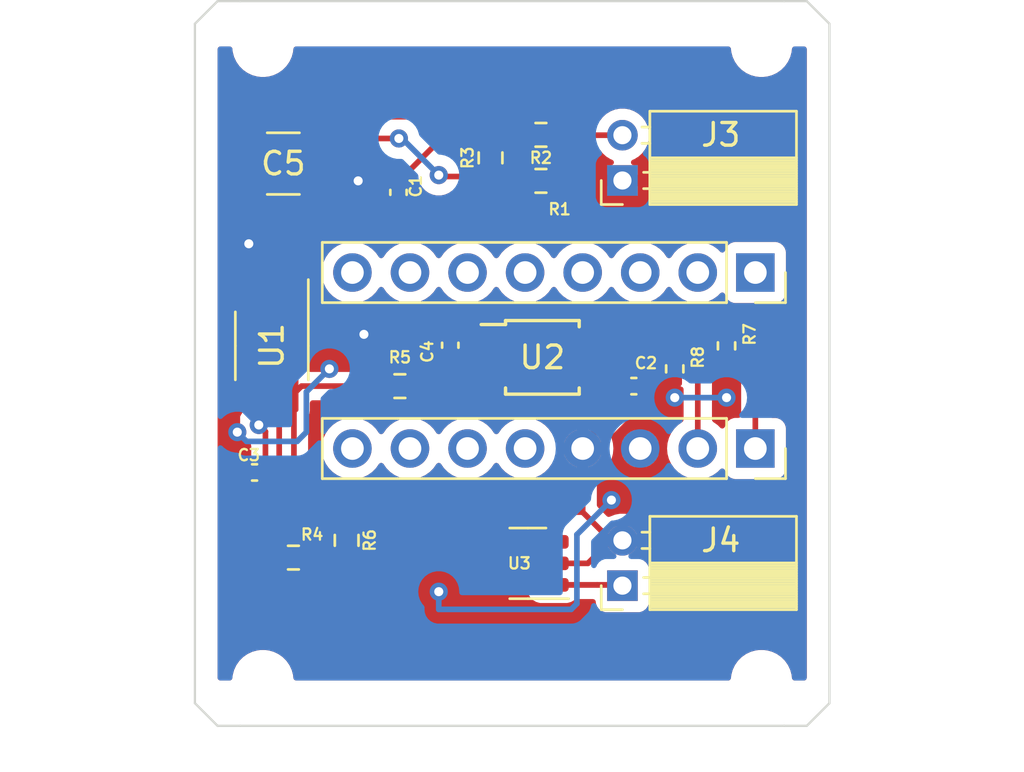
<source format=kicad_pcb>
(kicad_pcb (version 20221018) (generator pcbnew)
  (layers (0 "F.Cu" signal) (31 "B.Cu" signal) (35 "F.Paste" user) (36 "B.SilkS" user "B.Silkscreen") (37 "F.SilkS" user "F.Silkscreen") (38 "B.Mask" user) (39 "F.Mask" user) (44 "Edge.Cuts" user))
  (net 0 "")
  (net 1 "Net-(J2-Pin_3)")
  (net 2 "GND")
  (net 3 "Net-(J3-Pin_2)")
  (net 4 "Net-(U2-AIN0)")
  (net 13 "Net-(J2-Pin_1)")
  (net 14 "Net-(J2-Pin_2)")
  (net 19 "VCC")
  (net 20 "Net-(U1-FB)")
  (net 21 "Net-(U1-Vout)")
  (net 28 "Net-(U1-+)")
  (footprint "Capacitor_SMD:C_0402_1005Metric" (layer "F.Cu") (at 109.982 54.944 90)
    (fp_text reference "C1" (at 0.27 0.762 90) (layer "F.SilkS") (effects (font (size 0.5 0.5) (thickness 0.1) bold)))
    (fp_text value "0.1µ")
    (fp_line (start -0.107836 -0.36) (end 0.107836 -0.36) (stroke (width 0.12)) (layer "F.SilkS"))
    (fp_line (start -0.107836 0.36) (end 0.107836 0.36) (stroke (width 0.12)) (layer "F.SilkS"))
    (pad "1" smd roundrect (at -0.48 0 90) (size 0.56 0.62) (layers "F.Cu" "F.Paste" "F.Mask") (net 1 "Net-(J2-Pin_3)"))
    (pad "2" smd roundrect (at 0.48 0 90) (size 0.56 0.62) (layers "F.Cu" "F.Paste" "F.Mask") (net 2 "GND"))
  )
  (footprint "Package_SO:MSOP-8_3x3mm_P0.65mm" (layer "F.Cu") (at 104.394 61.722 -90)
    (fp_text reference "U1" (at 0 0 90) (layer "F.SilkS"))
    (fp_text value "AD8237ARMZ")
    (fp_line (start 0 -1.61) (end -2.925 -1.61) (stroke (width 0.12)) (layer "F.SilkS"))
    (fp_line (start 0 -1.61) (end 1.5 -1.61) (stroke (width 0.12)) (layer "F.SilkS"))
    (fp_line (start 0 1.61) (end -1.5 1.61) (stroke (width 0.12)) (layer "F.SilkS"))
    (fp_line (start 0 1.61) (end 1.5 1.61) (stroke (width 0.12)) (layer "F.SilkS"))
    (pad "1" smd roundrect (at -2.1125 -0.975 270) (size 1.625 0.4) (layers "F.Cu" "F.Paste" "F.Mask") (net 1 "Net-(J2-Pin_3)"))
    (pad "2" smd roundrect (at -2.1125 -0.325 270) (size 1.625 0.4) (layers "F.Cu" "F.Paste" "F.Mask") (net 28 "Net-(U1-+)"))
    (pad "3" smd roundrect (at -2.1125 0.325 270) (size 1.625 0.4) (layers "F.Cu" "F.Paste" "F.Mask") (net 3 "Net-(J3-Pin_2)"))
    (pad "4" smd roundrect (at -2.1125 0.975 270) (size 1.625 0.4) (layers "F.Cu" "F.Paste" "F.Mask") (net 2 "GND"))
    (pad "5" smd roundrect (at 2.1125 0.975 270) (size 1.625 0.4) (layers "F.Cu" "F.Paste" "F.Mask") (net 1 "Net-(J2-Pin_3)"))
    (pad "6" smd roundrect (at 2.1125 0.325 270) (size 1.625 0.4) (layers "F.Cu" "F.Paste" "F.Mask") (net 2 "GND"))
    (pad "7" smd roundrect (at 2.1125 -0.325 270) (size 1.625 0.4) (layers "F.Cu" "F.Paste" "F.Mask") (net 20 "Net-(U1-FB)"))
    (pad "8" smd roundrect (at 2.1125 -0.975 270) (size 1.625 0.4) (layers "F.Cu" "F.Paste" "F.Mask") (net 21 "Net-(U1-Vout)"))
  )
  (footprint "Resistor_SMD:R_0603_1608Metric" (layer "F.Cu") (at 114.046 53.42 90)
    (fp_text reference "R3" (at 0 -1.016 90) (layer "F.SilkS") (effects (font (size 0.5 0.5) (thickness 0.1) bold)))
    (fp_text value "120")
    (fp_line (start -0.237258 -0.5225) (end 0.237258 -0.5225) (stroke (width 0.12)) (layer "F.SilkS"))
    (fp_line (start -0.237258 0.5225) (end 0.237258 0.5225) (stroke (width 0.12)) (layer "F.SilkS"))
    (pad "1" smd roundrect (at -0.825 0 90) (size 0.8 0.95) (layers "F.Cu" "F.Paste" "F.Mask") (net 28 "Net-(U1-+)"))
    (pad "2" smd roundrect (at 0.825 0 90) (size 0.8 0.95) (layers "F.Cu" "F.Paste" "F.Mask") (net 2 "GND"))
  )
  (footprint "Package_SO:TSSOP-10_3x3mm_P0.5mm" (layer "F.Cu") (at 116.332 62.23)
    (fp_text reference "U2" (at 0 0) (layer "F.SilkS"))
    (fp_text value "ADS1113IDGS")
    (fp_line (start -1.625 -1.625) (end -1.625 -1.45) (stroke (width 0.15)) (layer "F.SilkS"))
    (fp_line (start -1.625 -1.625) (end 1.625 -1.625) (stroke (width 0.15)) (layer "F.SilkS"))
    (fp_line (start -1.625 -1.45) (end -2.7 -1.45) (stroke (width 0.15)) (layer "F.SilkS"))
    (fp_line (start -1.625 1.625) (end -1.625 1.35) (stroke (width 0.15)) (layer "F.SilkS"))
    (fp_line (start -1.625 1.625) (end 1.625 1.625) (stroke (width 0.15)) (layer "F.SilkS"))
    (fp_line (start 1.625 -1.625) (end 1.625 -1.35) (stroke (width 0.15)) (layer "F.SilkS"))
    (fp_line (start 1.625 1.625) (end 1.625 1.35) (stroke (width 0.15)) (layer "F.SilkS"))
    (pad "1" smd rect (at -2.15 -1) (size 1.1 0.25) (layers "F.Cu" "F.Paste" "F.Mask") (net 2 "GND"))
    (pad "2" smd rect (at -2.15 -0.5) (size 1.1 0.25) (layers "F.Cu" "F.Paste" "F.Mask"))
    (pad "3" smd rect (at -2.15 0) (size 1.1 0.25) (layers "F.Cu" "F.Paste" "F.Mask") (net 2 "GND"))
    (pad "4" smd rect (at -2.15 0.5) (size 1.1 0.25) (layers "F.Cu" "F.Paste" "F.Mask") (net 4 "Net-(U2-AIN0)"))
    (pad "5" smd rect (at -2.15 1) (size 1.1 0.25) (layers "F.Cu" "F.Paste" "F.Mask"))
    (pad "6" smd rect (at 2.15 1) (size 1.1 0.25) (layers "F.Cu" "F.Paste" "F.Mask"))
    (pad "7" smd rect (at 2.15 0.5) (size 1.1 0.25) (layers "F.Cu" "F.Paste" "F.Mask"))
    (pad "8" smd rect (at 2.15 0) (size 1.1 0.25) (layers "F.Cu" "F.Paste" "F.Mask") (net 1 "Net-(J2-Pin_3)"))
    (pad "9" smd rect (at 2.15 -0.5) (size 1.1 0.25) (layers "F.Cu" "F.Paste" "F.Mask") (net 14 "Net-(J2-Pin_2)"))
    (pad "10" smd rect (at 2.15 -1) (size 1.1 0.25) (layers "F.Cu" "F.Paste" "F.Mask") (net 13 "Net-(J2-Pin_1)"))
  )
  (footprint "MountingHole:MountingHole_1.5mm_custom2" (layer "F.Cu") (at 104 48.5)
    (fp_text reference "REF**" hide)
    (fp_text value "MountingHole_1.5mm_custom2")
    (pad "" np_thru_hole circle (at 0 0) (size 2.1 2.1) (drill 2.1) (layers "F&B.Cu" "*.Mask"))
  )
  (footprint "MountingHole:MountingHole_1.5mm_custom2" (layer "F.Cu") (at 104 76.5)
    (fp_text reference "REF**" hide)
    (fp_text value "MountingHole_1.5mm_custom2")
    (pad "" np_thru_hole circle (at 0 0) (size 2.1 2.1) (drill 2.1) (layers "*.Cu" "*.Mask"))
  )
  (footprint "Capacitor_SMD:C_0402_1005Metric" (layer "F.Cu") (at 103.632 67.31)
    (fp_text reference "C3" (at -0.254 -0.762) (layer "F.SilkS") (effects (font (size 0.5 0.5) (thickness 0.1) bold)))
    (fp_text value "0.1µ")
    (fp_line (start -0.107836 -0.36) (end 0.107836 -0.36) (stroke (width 0.12)) (layer "F.SilkS"))
    (fp_line (start -0.107836 0.36) (end 0.107836 0.36) (stroke (width 0.12)) (layer "F.SilkS"))
    (pad "1" smd roundrect (at -0.48 0) (size 0.56 0.62) (layers "F.Cu" "F.Paste" "F.Mask") (net 1 "Net-(J2-Pin_3)"))
    (pad "2" smd roundrect (at 0.48 0) (size 0.56 0.62) (layers "F.Cu" "F.Paste" "F.Mask") (net 2 "GND"))
  )
  (footprint "Resistor_SMD:R_0603_1608Metric" (layer "F.Cu") (at 107.696 70.31 90)
    (fp_text reference "R6" (at 0 1.016 90) (layer "F.SilkS") (effects (font (size 0.5 0.5) (thickness 0.1) bold)))
    (fp_text value "100k")
    (fp_line (start -0.237258 -0.5225) (end 0.237258 -0.5225) (stroke (width 0.12)) (layer "F.SilkS"))
    (fp_line (start -0.237258 0.5225) (end 0.237258 0.5225) (stroke (width 0.12)) (layer "F.SilkS"))
    (pad "1" smd roundrect (at -0.825 0 90) (size 0.8 0.95) (layers "F.Cu" "F.Paste" "F.Mask") (net 20 "Net-(U1-FB)"))
    (pad "2" smd roundrect (at 0.825 0 90) (size 0.8 0.95) (layers "F.Cu" "F.Paste" "F.Mask") (net 21 "Net-(U1-Vout)"))
  )
  (footprint "MountingHole:MountingHole_1.5mm_custom2" (layer "F.Cu") (at 126 48.5)
    (fp_text reference "REF**" hide)
    (fp_text value "MountingHole_1.5mm_custom2")
    (pad "" np_thru_hole circle (at 0 0) (size 2.1 2.1) (drill 2.1) (layers "F&B.Cu" "*.Mask"))
  )
  (footprint "Package_TO_SOT_SMD:SOT-23-5" (layer "F.Cu") (at 115.6915 71.326 180)
    (fp_text reference "U3" (at 0.3755 0) (layer "F.SilkS") (effects (font (size 0.5 0.5) (thickness 0.1) bold)))
    (fp_text value "TLV71330PDBV")
    (fp_line (start 0 -1.56) (end -1.8 -1.56) (stroke (width 0.12)) (layer "F.SilkS"))
    (fp_line (start 0 -1.56) (end 0.8 -1.56) (stroke (width 0.12)) (layer "F.SilkS"))
    (fp_line (start 0 1.56) (end -0.8 1.56) (stroke (width 0.12)) (layer "F.SilkS"))
    (fp_line (start 0 1.56) (end 0.8 1.56) (stroke (width 0.12)) (layer "F.SilkS"))
    (pad "1" smd roundrect (at -1.1375 -0.95 180) (size 1.325 0.6) (layers "F.Cu" "F.Paste" "F.Mask") (net 19 "VCC"))
    (pad "2" smd roundrect (at -1.1375 0 180) (size 1.325 0.6) (layers "F.Cu" "F.Paste" "F.Mask") (net 2 "GND"))
    (pad "3" smd roundrect (at -1.1375 0.95 180) (size 1.325 0.6) (layers "F.Cu" "F.Paste" "F.Mask"))
    (pad "4" smd roundrect (at 1.1375 0.95 180) (size 1.325 0.6) (layers "F.Cu" "F.Paste" "F.Mask"))
    (pad "5" smd roundrect (at 1.1375 -0.95 180) (size 1.325 0.6) (layers "F.Cu" "F.Paste" "F.Mask") (net 1 "Net-(J2-Pin_3)"))
  )
  (footprint "Connector_PinSocket_2.54mm:PinSocket_1x08_P2.54mm_Vertical" (layer "F.Cu") (at 125.73 66.255 -90)
    (fp_text reference "J2" hide)
    (fp_text value "Conn_01x08_Socket")
    (fp_line (start -1.33 1.27) (end -1.33 19.11) (stroke (width 0.12)) (layer "F.SilkS"))
    (fp_line (start -1.33 1.27) (end 1.33 1.27) (stroke (width 0.12)) (layer "F.SilkS"))
    (fp_line (start -1.33 19.11) (end 1.33 19.11) (stroke (width 0.12)) (layer "F.SilkS"))
    (fp_line (start 0 -1.33) (end 1.33 -1.33) (stroke (width 0.12)) (layer "F.SilkS"))
    (fp_line (start 1.33 -1.33) (end 1.33 0) (stroke (width 0.12)) (layer "F.SilkS"))
    (fp_line (start 1.33 1.27) (end 1.33 19.11) (stroke (width 0.12)) (layer "F.SilkS"))
    (pad "1" thru_hole rect (at 0 0 270) (size 1.7 1.7) (drill 1) (layers "*.Cu" "*.Mask") (net 13 "Net-(J2-Pin_1)"))
    (pad "2" thru_hole oval (at 0 2.54 270) (size 1.7 1.7) (drill 1) (layers "*.Cu" "*.Mask") (net 14 "Net-(J2-Pin_2)"))
    (pad "3" thru_hole oval (at 0 5.08 270) (size 1.7 1.7) (drill 1) (layers "*.Cu" "*.Mask") (net 1 "Net-(J2-Pin_3)"))
    (pad "4" thru_hole oval (at 0 7.62 270) (size 1.7 1.7) (drill 1) (layers "*.Cu" "*.Mask") (net 2 "GND"))
    (pad "5" thru_hole oval (at 0 10.16 270) (size 1.7 1.7) (drill 1) (layers "*.Cu" "*.Mask"))
    (pad "6" thru_hole oval (at 0 12.7 270) (size 1.7 1.7) (drill 1) (layers "*.Cu" "*.Mask"))
    (pad "7" thru_hole oval (at 0 15.24 270) (size 1.7 1.7) (drill 1) (layers "*.Cu" "*.Mask"))
    (pad "8" thru_hole oval (at 0 17.78 270) (size 1.7 1.7) (drill 1) (layers "*.Cu" "*.Mask"))
  )
  (footprint "Resistor_SMD:R_0603_1608Metric" (layer "F.Cu") (at 105.347 71.072)
    (fp_text reference "R4" (at 0.825 -1.016) (layer "F.SilkS") (effects (font (size 0.5 0.5) (thickness 0.1) bold)))
    (fp_text value "430")
    (fp_line (start -0.237258 -0.5225) (end 0.237258 -0.5225) (stroke (width 0.12)) (layer "F.SilkS"))
    (fp_line (start -0.237258 0.5225) (end 0.237258 0.5225) (stroke (width 0.12)) (layer "F.SilkS"))
    (pad "1" smd roundrect (at -0.825 0) (size 0.8 0.95) (layers "F.Cu" "F.Paste" "F.Mask") (net 2 "GND"))
    (pad "2" smd roundrect (at 0.825 0) (size 0.8 0.95) (layers "F.Cu" "F.Paste" "F.Mask") (net 20 "Net-(U1-FB)"))
  )
  (footprint "Resistor_SMD:R_0603_1608Metric" (layer "F.Cu") (at 110.045 63.5)
    (fp_text reference "R5" (at 0 -1.27) (layer "F.SilkS") (effects (font (size 0.5 0.5) (thickness 0.1) bold)))
    (fp_text value "430")
    (fp_line (start -0.237258 -0.5225) (end 0.237258 -0.5225) (stroke (width 0.12)) (layer "F.SilkS"))
    (fp_line (start -0.237258 0.5225) (end 0.237258 0.5225) (stroke (width 0.12)) (layer "F.SilkS"))
    (pad "1" smd roundrect (at -0.825 0) (size 0.8 0.95) (layers "F.Cu" "F.Paste" "F.Mask") (net 21 "Net-(U1-Vout)"))
    (pad "2" smd roundrect (at 0.825 0) (size 0.8 0.95) (layers "F.Cu" "F.Paste" "F.Mask") (net 4 "Net-(U2-AIN0)"))
  )
  (footprint "Resistor_SMD:R_0402_1005Metric" (layer "F.Cu") (at 124.46 61.722 90)
    (fp_text reference "R7" (at 0.508 1.016 90) (layer "F.SilkS") (effects (font (size 0.5 0.5) (thickness 0.1) bold)))
    (fp_text value "10k")
    (fp_line (start -0.153641 -0.38) (end 0.153641 -0.38) (stroke (width 0.12)) (layer "F.SilkS"))
    (fp_line (start -0.153641 0.38) (end 0.153641 0.38) (stroke (width 0.12)) (layer "F.SilkS"))
    (pad "1" smd roundrect (at -0.51 0 90) (size 0.54 0.64) (layers "F.Cu" "F.Paste" "F.Mask") (net 1 "Net-(J2-Pin_3)"))
    (pad "2" smd roundrect (at 0.51 0 90) (size 0.54 0.64) (layers "F.Cu" "F.Paste" "F.Mask") (net 13 "Net-(J2-Pin_1)"))
  )
  (footprint "Resistor_SMD:R_0603_1608Metric" (layer "F.Cu") (at 116.269 54.436 180)
    (fp_text reference "R1" (at -0.825 -1.254) (layer "F.SilkS") (effects (font (size 0.5 0.5) (thickness 0.1) bold)))
    (fp_text value "120")
    (fp_line (start -0.237258 -0.5225) (end 0.237258 -0.5225) (stroke (width 0.12)) (layer "F.SilkS"))
    (fp_line (start -0.237258 0.5225) (end 0.237258 0.5225) (stroke (width 0.12)) (layer "F.SilkS"))
    (pad "1" smd roundrect (at -0.825 0 180) (size 0.8 0.95) (layers "F.Cu" "F.Paste" "F.Mask") (net 1 "Net-(J2-Pin_3)"))
    (pad "2" smd roundrect (at 0.825 0 180) (size 0.8 0.95) (layers "F.Cu" "F.Paste" "F.Mask") (net 28 "Net-(U1-+)"))
  )
  (footprint "Connector_PinSocket_2.54mm:PinSocket_1x08_P2.54mm_Vertical" (layer "F.Cu") (at 125.73 58.484 -90)
    (fp_text reference "J1" hide)
    (fp_text value "Conn_01x08_Socket" hide)
    (fp_line (start -1.33 1.27) (end -1.33 19.11) (stroke (width 0.12)) (layer "F.SilkS"))
    (fp_line (start -1.33 1.27) (end 1.33 1.27) (stroke (width 0.12)) (layer "F.SilkS"))
    (fp_line (start -1.33 19.11) (end 1.33 19.11) (stroke (width 0.12)) (layer "F.SilkS"))
    (fp_line (start 0 -1.33) (end 1.33 -1.33) (stroke (width 0.12)) (layer "F.SilkS"))
    (fp_line (start 1.33 -1.33) (end 1.33 0) (stroke (width 0.12)) (layer "F.SilkS"))
    (fp_line (start 1.33 1.27) (end 1.33 19.11) (stroke (width 0.12)) (layer "F.SilkS"))
    (pad "1" thru_hole rect (at 0 0 270) (size 1.7 1.7) (drill 1) (layers "*.Cu" "*.Mask"))
    (pad "2" thru_hole oval (at 0 2.54 270) (size 1.7 1.7) (drill 1) (layers "*.Cu" "*.Mask"))
    (pad "3" thru_hole oval (at 0 5.08 270) (size 1.7 1.7) (drill 1) (layers "*.Cu" "*.Mask"))
    (pad "4" thru_hole oval (at 0 7.62 270) (size 1.7 1.7) (drill 1) (layers "*.Cu" "*.Mask"))
    (pad "5" thru_hole oval (at 0 10.16 270) (size 1.7 1.7) (drill 1) (layers "*.Cu" "*.Mask"))
    (pad "6" thru_hole oval (at 0 12.7 270) (size 1.7 1.7) (drill 1) (layers "*.Cu" "*.Mask"))
    (pad "7" thru_hole oval (at 0 15.24 270) (size 1.7 1.7) (drill 1) (layers "*.Cu" "*.Mask"))
    (pad "8" thru_hole oval (at 0 17.78 270) (size 1.7 1.7) (drill 1) (layers "*.Cu" "*.Mask"))
  )
  (footprint "MountingHole:MountingHole_1.5mm_custom2" (layer "F.Cu") (at 126 76.5)
    (fp_text reference "REF**" hide)
    (fp_text value "MountingHole_1.5mm_custom2")
    (pad "" np_thru_hole circle (at 0 0) (size 2.1 2.1) (drill 2.1) (layers "F&B.Cu" "*.Mask"))
  )
  (footprint "Capacitor_SMD:C_0402_1005Metric" (layer "F.Cu") (at 120.368 63.5 180)
    (fp_text reference "C2" (at -0.536 1.016) (layer "F.SilkS") (effects (font (size 0.5 0.5) (thickness 0.1) bold)))
    (fp_text value "0.1µ")
    (fp_line (start -0.107836 -0.36) (end 0.107836 -0.36) (stroke (width 0.12)) (layer "F.SilkS"))
    (fp_line (start -0.107836 0.36) (end 0.107836 0.36) (stroke (width 0.12)) (layer "F.SilkS"))
    (pad "1" smd roundrect (at -0.48 0 180) (size 0.56 0.62) (layers "F.Cu" "F.Paste" "F.Mask") (net 1 "Net-(J2-Pin_3)"))
    (pad "2" smd roundrect (at 0.48 0 180) (size 0.56 0.62) (layers "F.Cu" "F.Paste" "F.Mask") (net 2 "GND"))
  )
  (footprint "Resistor_SMD:R_0402_1005Metric" (layer "F.Cu") (at 122.174 62.738 90)
    (fp_text reference "R8" (at 0.508 1.016 90) (layer "F.SilkS") (effects (font (size 0.5 0.5) (thickness 0.1) bold)))
    (fp_text value "10k")
    (fp_line (start -0.153641 -0.38) (end 0.153641 -0.38) (stroke (width 0.12)) (layer "F.SilkS"))
    (fp_line (start -0.153641 0.38) (end 0.153641 0.38) (stroke (width 0.12)) (layer "F.SilkS"))
    (pad "1" smd roundrect (at -0.51 0 90) (size 0.54 0.64) (layers "F.Cu" "F.Paste" "F.Mask") (net 1 "Net-(J2-Pin_3)"))
    (pad "2" smd roundrect (at 0.51 0 90) (size 0.54 0.64) (layers "F.Cu" "F.Paste" "F.Mask") (net 14 "Net-(J2-Pin_2)"))
  )
  (footprint "Resistor_SMD:R_0603_1608Metric" (layer "F.Cu") (at 116.269 52.404 180)
    (fp_text reference "R2" (at 0 -1.016) (layer "F.SilkS") (effects (font (size 0.5 0.5) (thickness 0.1) bold)))
    (fp_text value "120")
    (fp_line (start -0.237258 -0.5225) (end 0.237258 -0.5225) (stroke (width 0.12)) (layer "F.SilkS"))
    (fp_line (start -0.237258 0.5225) (end 0.237258 0.5225) (stroke (width 0.12)) (layer "F.SilkS"))
    (pad "1" smd roundrect (at -0.825 0 180) (size 0.8 0.95) (layers "F.Cu" "F.Paste" "F.Mask") (net 3 "Net-(J3-Pin_2)"))
    (pad "2" smd roundrect (at 0.825 0 180) (size 0.8 0.95) (layers "F.Cu" "F.Paste" "F.Mask") (net 2 "GND"))
  )
  (footprint "Capacitor_SMD:C_0402_1005Metric" (layer "F.Cu") (at 112.268 61.694 90)
    (fp_text reference "C4" (at -0.282 -1.016 90) (layer "F.SilkS") (effects (font (size 0.5 0.5) (thickness 0.1) bold)))
    (fp_text value "0.1µ")
    (fp_line (start -0.107836 -0.36) (end 0.107836 -0.36) (stroke (width 0.12)) (layer "F.SilkS"))
    (fp_line (start -0.107836 0.36) (end 0.107836 0.36) (stroke (width 0.12)) (layer "F.SilkS"))
    (pad "1" smd roundrect (at -0.48 0 90) (size 0.56 0.62) (layers "F.Cu" "F.Paste" "F.Mask") (net 4 "Net-(U2-AIN0)"))
    (pad "2" smd roundrect (at 0.48 0 90) (size 0.56 0.62) (layers "F.Cu" "F.Paste" "F.Mask") (net 2 "GND"))
  )
  (footprint "Connector_PinSocket_2.00mm:PinSocket_1x02_P2.00mm_Horizontal" (layer "F.Cu") (at 119.865 54.42 180)
    (fp_text reference "J3" (at -4.341 2.016) (layer "F.SilkS"))
    (fp_text value "Conn_01x02_Socket")
    (fp_line (start -7.68 -1.06) (end -7.68 3.06) (stroke (width 0.12)) (layer "F.SilkS"))
    (fp_line (start -7.68 -1.06) (end -1.21 -1.06) (stroke (width 0.12)) (layer "F.SilkS"))
    (fp_line (start -7.68 -0.94) (end -1.21 -0.94) (stroke (width 0.12)) (layer "F.SilkS"))
    (fp_line (start -7.68 -0.825882) (end -1.21 -0.825882) (stroke (width 0.12)) (layer "F.SilkS"))
    (fp_line (start -7.68 -0.711764) (end -1.21 -0.711764) (stroke (width 0.12)) (layer "F.SilkS"))
    (fp_line (start -7.68 -0.597646) (end -1.21 -0.597646) (stroke (width 0.12)) (layer "F.SilkS"))
    (fp_line (start -7.68 -0.483528) (end -1.21 -0.483528) (stroke (width 0.12)) (layer "F.SilkS"))
    (fp_line (start -7.68 -0.36941) (end -1.21 -0.36941) (stroke (width 0.12)) (layer "F.SilkS"))
    (fp_line (start -7.68 -0.255292) (end -1.21 -0.255292) (stroke (width 0.12)) (layer "F.SilkS"))
    (fp_line (start -7.68 -0.141174) (end -1.21 -0.141174) (stroke (width 0.12)) (layer "F.SilkS"))
    (fp_line (start -7.68 -0.027056) (end -1.21 -0.027056) (stroke (width 0.12)) (layer "F.SilkS"))
    (fp_line (start -7.68 0.087062) (end -1.21 0.087062) (stroke (width 0.12)) (layer "F.SilkS"))
    (fp_line (start -7.68 0.20118) (end -1.21 0.20118) (stroke (width 0.12)) (layer "F.SilkS"))
    (fp_line (start -7.68 0.315298) (end -1.21 0.315298) (stroke (width 0.12)) (layer "F.SilkS"))
    (fp_line (start -7.68 0.429416) (end -1.21 0.429416) (stroke (width 0.12)) (layer "F.SilkS"))
    (fp_line (start -7.68 0.543534) (end -1.21 0.543534) (stroke (width 0.12)) (layer "F.SilkS"))
    (fp_line (start -7.68 0.657652) (end -1.21 0.657652) (stroke (width 0.12)) (layer "F.SilkS"))
    (fp_line (start -7.68 0.77177) (end -1.21 0.77177) (stroke (width 0.12)) (layer "F.SilkS"))
    (fp_line (start -7.68 0.885888) (end -1.21 0.885888) (stroke (width 0.12)) (layer "F.SilkS"))
    (fp_line (start -7.68 1) (end -1.21 1) (stroke (width 0.12)) (layer "F.SilkS"))
    (fp_line (start -7.68 3.06) (end -1.21 3.06) (stroke (width 0.12)) (layer "F.SilkS"))
    (fp_line (start -1.21 -1.06) (end -1.21 3.06) (stroke (width 0.12)) (layer "F.SilkS"))
    (fp_line (start -1.21 -0.36) (end -0.935 -0.36) (stroke (width 0.12)) (layer "F.SilkS"))
    (fp_line (start -1.21 0.36) (end -0.935 0.36) (stroke (width 0.12)) (layer "F.SilkS"))
    (fp_line (start -1.21 1.64) (end -0.862917 1.64) (stroke (width 0.12)) (layer "F.SilkS"))
    (fp_line (start -1.21 2.36) (end -0.862917 2.36) (stroke (width 0.12)) (layer "F.SilkS"))
    (fp_line (start 0 -1.06) (end 0.935 -1.06) (stroke (width 0.12)) (layer "F.SilkS"))
    (fp_line (start 0.935 -1.06) (end 0.935 0) (stroke (width 0.12)) (layer "F.SilkS"))
    (pad "1" thru_hole rect (at 0 0 180) (size 1.35 1.35) (drill 0.8) (layers "*.Cu" "*.Mask") (net 1 "Net-(J2-Pin_3)"))
    (pad "2" thru_hole oval (at 0 2 180) (size 1.35 1.35) (drill 0.8) (layers "*.Cu" "*.Mask") (net 3 "Net-(J3-Pin_2)"))
  )
  (footprint "Capacitor_SMD:C_1210_3225Metric" (layer "F.Cu") (at 104.902 53.674)
    (fp_text reference "C5" (at 0 0) (layer "F.SilkS"))
    (fp_text value "0.047µ")
    (fp_line (start -0.711252 -1.36) (end 0.711252 -1.36) (stroke (width 0.12)) (layer "F.SilkS"))
    (fp_line (start -0.711252 1.36) (end 0.711252 1.36) (stroke (width 0.12)) (layer "F.SilkS"))
    (pad "1" smd roundrect (at -1.475 0) (size 1.15 2.7) (layers "F.Cu" "F.Paste" "F.Mask") (roundrect_rratio 0.2173913043) (net 3 "Net-(J3-Pin_2)"))
    (pad "2" smd roundrect (at 1.475 0) (size 1.15 2.7) (layers "F.Cu" "F.Paste" "F.Mask") (roundrect_rratio 0.2173913043) (net 28 "Net-(U1-+)"))
  )
  (footprint "Connector_PinSocket_2.00mm:PinSocket_1x02_P2.00mm_Horizontal" (layer "F.Cu") (at 119.865 72.31 180)
    (fp_text reference "J4" (at -4.341 2) (layer "F.SilkS"))
    (fp_text value "Conn_01x02_Socket")
    (fp_line (start -7.68 -1.06) (end -7.68 3.06) (stroke (width 0.12)) (layer "F.SilkS"))
    (fp_line (start -7.68 -1.06) (end -1.21 -1.06) (stroke (width 0.12)) (layer "F.SilkS"))
    (fp_line (start -7.68 -0.94) (end -1.21 -0.94) (stroke (width 0.12)) (layer "F.SilkS"))
    (fp_line (start -7.68 -0.825882) (end -1.21 -0.825882) (stroke (width 0.12)) (layer "F.SilkS"))
    (fp_line (start -7.68 -0.711764) (end -1.21 -0.711764) (stroke (width 0.12)) (layer "F.SilkS"))
    (fp_line (start -7.68 -0.597646) (end -1.21 -0.597646) (stroke (width 0.12)) (layer "F.SilkS"))
    (fp_line (start -7.68 -0.483528) (end -1.21 -0.483528) (stroke (width 0.12)) (layer "F.SilkS"))
    (fp_line (start -7.68 -0.36941) (end -1.21 -0.36941) (stroke (width 0.12)) (layer "F.SilkS"))
    (fp_line (start -7.68 -0.255292) (end -1.21 -0.255292) (stroke (width 0.12)) (layer "F.SilkS"))
    (fp_line (start -7.68 -0.141174) (end -1.21 -0.141174) (stroke (width 0.12)) (layer "F.SilkS"))
    (fp_line (start -7.68 -0.027056) (end -1.21 -0.027056) (stroke (width 0.12)) (layer "F.SilkS"))
    (fp_line (start -7.68 0.087062) (end -1.21 0.087062) (stroke (width 0.12)) (layer "F.SilkS"))
    (fp_line (start -7.68 0.20118) (end -1.21 0.20118) (stroke (width 0.12)) (layer "F.SilkS"))
    (fp_line (start -7.68 0.315298) (end -1.21 0.315298) (stroke (width 0.12)) (layer "F.SilkS"))
    (fp_line (start -7.68 0.429416) (end -1.21 0.429416) (stroke (width 0.12)) (layer "F.SilkS"))
    (fp_line (start -7.68 0.543534) (end -1.21 0.543534) (stroke (width 0.12)) (layer "F.SilkS"))
    (fp_line (start -7.68 0.657652) (end -1.21 0.657652) (stroke (width 0.12)) (layer "F.SilkS"))
    (fp_line (start -7.68 0.77177) (end -1.21 0.77177) (stroke (width 0.12)) (layer "F.SilkS"))
    (fp_line (start -7.68 0.885888) (end -1.21 0.885888) (stroke (width 0.12)) (layer "F.SilkS"))
    (fp_line (start -7.68 1) (end -1.21 1) (stroke (width 0.12)) (layer "F.SilkS"))
    (fp_line (start -7.68 3.06) (end -1.21 3.06) (stroke (width 0.12)) (layer "F.SilkS"))
    (fp_line (start -1.21 -1.06) (end -1.21 3.06) (stroke (width 0.12)) (layer "F.SilkS"))
    (fp_line (start -1.21 -0.36) (end -0.935 -0.36) (stroke (width 0.12)) (layer "F.SilkS"))
    (fp_line (start -1.21 0.36) (end -0.935 0.36) (stroke (width 0.12)) (layer "F.SilkS"))
    (fp_line (start -1.21 1.64) (end -0.862917 1.64) (stroke (width 0.12)) (layer "F.SilkS"))
    (fp_line (start -1.21 2.36) (end -0.862917 2.36) (stroke (width 0.12)) (layer "F.SilkS"))
    (fp_line (start 0 -1.06) (end 0.935 -1.06) (stroke (width 0.12)) (layer "F.SilkS"))
    (fp_line (start 0.935 -1.06) (end 0.935 0) (stroke (width 0.12)) (layer "F.SilkS"))
    (pad "1" thru_hole rect (at 0 0 180) (size 1.35 1.35) (drill 0.8) (layers "*.Cu" "*.Mask") (net 19 "VCC"))
    (pad "2" thru_hole oval (at 0 2 180) (size 1.35 1.35) (drill 0.8) (layers "*.Cu" "*.Mask") (net 2 "GND"))
  )
  (gr_line (start 127 78.5) (end 103 78.5) (stroke (width 0.1)) (layer "Edge.Cuts"))
  (gr_line (start 129 77.5) (end 128 78.5) (stroke (width 0.1)) (layer "Edge.Cuts"))
  (gr_line (start 127 46.5) (end 128 46.5) (stroke (width 0.1)) (layer "Edge.Cuts"))
  (gr_line (start 101 47.5) (end 101 77.5) (stroke (width 0.1)) (layer "Edge.Cuts"))
  (gr_line (start 129 77.5) (end 129 47.5) (stroke (width 0.1)) (layer "Edge.Cuts"))
  (gr_line (start 101 47.5) (end 102 46.5) (stroke (width 0.1)) (layer "Edge.Cuts"))
  (gr_line (start 102 78.5) (end 103 78.5) (stroke (width 0.1)) (layer "Edge.Cuts"))
  (gr_line (start 128 46.5) (end 129 47.5) (stroke (width 0.1)) (layer "Edge.Cuts"))
  (gr_line (start 102 46.5) (end 103 46.5) (stroke (width 0.1)) (layer "Edge.Cuts"))
  (gr_line (start 103 46.5) (end 127 46.5) (stroke (width 0.1)) (layer "Edge.Cuts"))
  (gr_line (start 128 78.5) (end 127 78.5) (stroke (width 0.1)) (layer "Edge.Cuts"))
  (gr_line (start 101 77.5) (end 102 78.5) (stroke (width 0.1)) (layer "Edge.Cuts"))
  (segment (start 107.806001 55.424) (end 109.982 55.424) (width 0.25) (layer "F.Cu") (net 1))
  (segment (start 102.87 65.532) (end 102.87 64.3835) (width 0.25) (layer "F.Cu") (net 1))
  (segment (start 102.87 64.3835) (end 103.419 63.8345) (width 0.25) (layer "F.Cu") (net 1))
  (segment (start 105.369 59.6095) (end 105.369 59.649) (width 0.25) (layer "F.Cu") (net 1))
  (segment (start 103.152 67.31) (end 103.124 67.31) (width 0.25) (layer "F.Cu") (net 1))
  (segment (start 120.65 67.072) (end 120.65 66.065) (width 0.25) (layer "F.Cu") (net 1))
  (segment (start 120.848 63.5) (end 121.922 63.5) (width 0.25) (layer "F.Cu") (net 1))
  (segment (start 116.106 55.424) (end 109.982 55.424) (width 0.25) (layer "F.Cu") (net 1))
  (segment (start 122.174 63.248) (end 122.174 64.008) (width 0.25) (layer "F.Cu") (net 1))
  (segment (start 121.922 63.5) (end 122.174 63.248) (width 0.25) (layer "F.Cu") (net 1))
  (segment (start 105.369 59.6095) (end 105.369 57.861001) (width 0.25) (layer "F.Cu") (net 1))
  (segment (start 105.369 57.861001) (end 107.806001 55.424) (width 0.25) (layer "F.Cu") (net 1))
  (segment (start 114.554 72.276) (end 114.254 72.576) (width 0.25) (layer "F.Cu") (net 1))
  (segment (start 119.38 68.532) (end 120.65 67.262) (width 0.25) (layer "F.Cu") (net 1))
  (segment (start 102.87 67.056) (end 102.87 65.532) (width 0.25) (layer "F.Cu") (net 1))
  (segment (start 120.848 63.5) (end 120.848 63.190001) (width 0.25) (layer "F.Cu") (net 1))
  (segment (start 114.254 72.576) (end 111.76 72.576) (width 0.25) (layer "F.Cu") (net 1))
  (segment (start 103.152 67.5) (end 103.152 71.806) (width 0.25) (layer "F.Cu") (net 1))
  (segment (start 120.65 66.065) (end 120.848 65.867) (width 0.25) (layer "F.Cu") (net 1))
  (segment (start 103.152 71.806) (end 103.922 72.576) (width 0.25) (layer "F.Cu") (net 1))
  (segment (start 120.848 63.190001) (end 119.887999 62.23) (width 0.25) (layer "F.Cu") (net 1))
  (segment (start 119.887999 62.23) (end 118.482 62.23) (width 0.25) (layer "F.Cu") (net 1))
  (segment (start 103.124 67.31) (end 102.87 67.056) (width 0.25) (layer "F.Cu") (net 1))
  (segment (start 117.094 54.436) (end 116.106 55.424) (width 0.25) (layer "F.Cu") (net 1))
  (segment (start 103.922 72.576) (end 111.76 72.576) (width 0.25) (layer "F.Cu") (net 1))
  (segment (start 120.848 65.867) (end 120.848 63.5) (width 0.25) (layer "F.Cu") (net 1))
  (segment (start 106.934 61.1745) (end 106.934 62.738) (width 0.25) (layer "F.Cu") (net 1))
  (segment (start 124.46 62.232) (end 124.46 64.008) (width 0.25) (layer "F.Cu") (net 1))
  (segment (start 116.856 54.42) (end 119.865 54.42) (width 0.25) (layer "F.Cu") (net 1))
  (segment (start 105.369 59.6095) (end 106.934 61.1745) (width 0.25) (layer "F.Cu") (net 1))
  (segment (start 117.11 54.42) (end 117.094 54.436) (width 0.25) (layer "F.Cu") (net 1))
  (via (at 122.174 64.008) (size 0.8) (drill 0.4) (layers "F.Cu" "B.Cu") (net 1))
  (via (at 119.38 68.532) (size 0.8) (drill 0.4) (layers "F.Cu" "B.Cu") (net 1))
  (via (at 111.76 72.576) (size 0.8) (drill 0.4) (layers "F.Cu" "B.Cu") (net 1))
  (via (at 102.87 65.532) (size 0.8) (drill 0.4) (layers "F.Cu" "B.Cu") (net 1))
  (via (at 106.934 62.738) (size 0.8) (drill 0.4) (layers "F.Cu" "B.Cu") (net 1))
  (via (at 124.46 64.008) (size 0.8) (drill 0.4) (layers "F.Cu" "B.Cu") (net 1))
  (segment (start 105.918 63.754) (end 106.934 62.738) (width 0.25) (layer "B.Cu") (net 1))
  (segment (start 105.918 65.532) (end 105.50907 65.94093) (width 0.25) (layer "B.Cu") (net 1))
  (segment (start 105.918 65.532) (end 105.918 63.754) (width 0.25) (layer "B.Cu") (net 1))
  (segment (start 122.174 64.008) (end 124.46 64.008) (width 0.25) (layer "B.Cu") (net 1))
  (segment (start 103.27893 65.94093) (end 102.87 65.532) (width 0.25) (layer "B.Cu") (net 1))
  (segment (start 111.76 73.358) (end 111.76 72.576) (width 0.25) (layer "B.Cu") (net 1))
  (segment (start 105.50907 65.94093) (end 103.27893 65.94093) (width 0.25) (layer "B.Cu") (net 1))
  (segment (start 117.856 70.056) (end 117.856 73.104) (width 0.25) (layer "B.Cu") (net 1))
  (segment (start 119.38 68.532) (end 117.856 70.056) (width 0.25) (layer "B.Cu") (net 1))
  (segment (start 117.602 73.358) (end 111.76 73.358) (width 0.25) (layer "B.Cu") (net 1))
  (segment (start 117.856 73.104) (end 117.602 73.358) (width 0.25) (layer "B.Cu") (net 1))
  (segment (start 111.737 69.063) (end 112.268 69.063) (width 0.25) (layer "F.Cu") (net 2))
  (segment (start 113.357 61.23) (end 114.182 61.23) (width 0.25) (layer "F.Cu") (net 2))
  (segment (start 113.307 61.28) (end 113.357 61.23) (width 0.25) (layer "F.Cu") (net 2))
  (segment (start 118.8685 70.7985) (end 119.357 70.31) (width 0.25) (layer "F.Cu") (net 2))
  (segment (start 118.341 71.326) (end 118.8685 70.7985) (width 0.25) (layer "F.Cu") (net 2))
  (segment (start 119.357 70.31) (end 119.865 70.31) (width 0.25) (layer "F.Cu") (net 2))
  (segment (start 111.851 52.595) (end 109.982 54.464) (width 0.25) (layer "F.Cu") (net 2))
  (segment (start 118.916 69.869) (end 119.357 70.31) (width 0.25) (layer "F.Cu") (net 2))
  (segment (start 104.522 71.072) (end 105.538 72.088) (width 0.25) (layer "F.Cu") (net 2))
  (segment (start 104.069 64.965142) (end 103.818212 65.21593) (width 0.25) (layer "F.Cu") (net 2))
  (segment (start 119.888 64.287) (end 118.11 66.065) (width 0.25) (layer "F.Cu") (net 2))
  (segment (start 112.268 61.214) (end 108.458 61.214) (width 0.25) (layer "F.Cu") (net 2))
  (segment (start 108.712 72.088) (end 111.737 69.063) (width 0.25) (layer "F.Cu") (net 2))
  (segment (start 113.357 62.23) (end 113.307 62.18) (width 0.25) (layer "F.Cu") (net 2))
  (segment (start 103.419 57.255) (end 103.419 59.6095) (width 0.25) (layer "F.Cu") (net 2))
  (segment (start 116.829 71.326) (end 118.341 71.326) (width 0.25) (layer "F.Cu") (net 2))
  (segment (start 105.538 72.088) (end 108.712 72.088) (width 0.25) (layer "F.Cu") (net 2))
  (segment (start 113.357 61.23) (end 113.341 61.214) (width 0.25) (layer "F.Cu") (net 2))
  (segment (start 113.307 62.18) (end 113.307 61.28) (width 0.25) (layer "F.Cu") (net 2))
  (segment (start 108.204 54.436) (end 109.954 54.436) (width 0.25) (layer "F.Cu") (net 2))
  (segment (start 118.11 69.063) (end 112.268 69.063) (width 0.25) (layer "F.Cu") (net 2))
  (segment (start 119.888 63.5) (end 119.888 64.287) (width 0.25) (layer "F.Cu") (net 2))
  (segment (start 104.069 63.8345) (end 104.069 64.965142) (width 0.25) (layer "F.Cu") (net 2))
  (segment (start 114.237 52.404) (end 114.046 52.595) (width 0.25) (layer "F.Cu") (net 2))
  (segment (start 109.954 54.436) (end 109.982 54.464) (width 0.25) (layer "F.Cu") (net 2))
  (segment (start 104.112 70.662) (end 104.522 71.072) (width 0.25) (layer "F.Cu") (net 2))
  (segment (start 104.112 67.5) (end 104.112 70.662) (width 0.25) (layer "F.Cu") (net 2))
  (segment (start 104.112 65.509718) (end 103.818212 65.21593) (width 0.25) (layer "F.Cu") (net 2))
  (segment (start 113.341 61.214) (end 112.268 61.214) (width 0.25) (layer "F.Cu") (net 2))
  (segment (start 103.378 57.214) (end 103.419 57.255) (width 0.25) (layer "F.Cu") (net 2))
  (segment (start 114.046 52.595) (end 111.851 52.595) (width 0.25) (layer "F.Cu") (net 2))
  (segment (start 114.182 62.23) (end 113.357 62.23) (width 0.25) (layer "F.Cu") (net 2))
  (segment (start 115.444 52.404) (end 114.237 52.404) (width 0.25) (layer "F.Cu") (net 2))
  (segment (start 118.11 66.255) (end 118.11 69.063) (width 0.25) (layer "F.Cu") (net 2))
  (segment (start 104.112 67.31) (end 104.112 65.509718) (width 0.25) (layer "F.Cu") (net 2))
  (segment (start 118.916 69.869) (end 118.11 69.063) (width 0.25) (layer "F.Cu") (net 2))
  (via (at 103.818212 65.21593) (size 0.8) (drill 0.4) (layers "F.Cu" "B.Cu") (net 2))
  (via (at 108.204 54.436) (size 0.8) (drill 0.4) (layers "F.Cu" "B.Cu") (net 2))
  (via (at 103.378 57.214) (size 0.8) (drill 0.4) (layers "F.Cu" "B.Cu") (net 2))
  (via (at 108.458 61.214) (size 0.8) (drill 0.4) (layers "F.Cu" "B.Cu") (net 2))
  (segment (start 108.458 61.214) (end 105.918 61.214) (width 0.25) (layer "B.Cu") (net 2))
  (segment (start 105.918 58.23) (end 104.902 57.214) (width 0.25) (layer "B.Cu") (net 2))
  (segment (start 102.87 62.992) (end 104.648 61.214) (width 0.25) (layer "B.Cu") (net 2))
  (segment (start 104.902 57.214) (end 103.378 57.214) (width 0.25) (layer "B.Cu") (net 2))
  (segment (start 105.918 61.214) (end 105.918 58.42) (width 0.25) (layer "B.Cu") (net 2))
  (segment (start 104.648 61.214) (end 105.918 61.214) (width 0.25) (layer "B.Cu") (net 2))
  (segment (start 103.818212 65.21593) (end 102.87 64.267718) (width 0.25) (layer "B.Cu") (net 2))
  (segment (start 102.87 64.267718) (end 102.87 62.992) (width 0.25) (layer "B.Cu") (net 2))
  (segment (start 108.204 54.436) (end 105.41 54.436) (width 0.25) (layer "B.Cu") (net 2))
  (segment (start 103.378 56.468) (end 103.378 57.214) (width 0.25) (layer "B.Cu") (net 2))
  (segment (start 105.41 54.436) (end 103.378 56.468) (width 0.25) (layer "B.Cu") (net 2))
  (segment (start 104.103 54.35) (end 103.427 53.674) (width 0.25) (layer "F.Cu") (net 3))
  (segment (start 104.069 59.6095) (end 104.103 59.5755) (width 0.25) (layer "F.Cu") (net 3))
  (segment (start 117.11 52.42) (end 117.094 52.404) (width 0.25) (layer "F.Cu") (net 3))
  (segment (start 103.378 53.371) (end 103.427 53.42) (width 0.25) (layer "F.Cu") (net 3))
  (segment (start 103.427 52.137) (end 103.427 53.674) (width 0.25) (layer "F.Cu") (net 3))
  (segment (start 116.856 52.42) (end 119.865 52.42) (width 0.25) (layer "F.Cu") (net 3))
  (segment (start 116.294 51.604) (end 103.96 51.604) (width 0.25) (layer "F.Cu") (net 3))
  (segment (start 117.094 52.404) (end 116.294 51.604) (width 0.25) (layer "F.Cu") (net 3))
  (segment (start 103.96 51.604) (end 103.427 52.137) (width 0.25) (layer "F.Cu") (net 3))
  (segment (start 104.103 59.5755) (end 104.103 54.35) (width 0.25) (layer "F.Cu") (net 3))
  (segment (start 112.196 62.174) (end 110.87 63.5) (width 0.25) (layer "F.Cu") (net 4))
  (segment (start 112.268 62.174) (end 112.196 62.174) (width 0.25) (layer "F.Cu") (net 4))
  (segment (start 112.268 62.174) (end 112.824 62.73) (width 0.25) (layer "F.Cu") (net 4))
  (segment (start 112.824 62.73) (end 114.182 62.73) (width 0.25) (layer "F.Cu") (net 4))
  (segment (start 124.442 61.23) (end 124.46 61.212) (width 0.25) (layer "F.Cu") (net 13))
  (segment (start 125.73 62.482) (end 125.73 66.065) (width 0.25) (layer "F.Cu") (net 13))
  (segment (start 118.482 61.23) (end 124.442 61.23) (width 0.25) (layer "F.Cu") (net 13))
  (segment (start 124.46 61.212) (end 125.73 62.482) (width 0.25) (layer "F.Cu") (net 13))
  (segment (start 122.174 62.228) (end 123.19 63.244) (width 0.25) (layer "F.Cu") (net 14))
  (segment (start 123.19 63.244) (end 123.19 66.065) (width 0.25) (layer "F.Cu") (net 14))
  (segment (start 118.482 61.73) (end 121.676 61.73) (width 0.25) (layer "F.Cu") (net 14))
  (segment (start 121.676 61.73) (end 122.174 62.228) (width 0.25) (layer "F.Cu") (net 14))
  (segment (start 116.829 72.276) (end 118.745 72.276) (width 0.25) (layer "F.Cu") (net 19))
  (segment (start 119.323 72.276) (end 119.357 72.31) (width 0.25) (layer "F.Cu") (net 19))
  (segment (start 116.829 72.276) (end 119.831 72.276) (width 0.25) (layer "F.Cu") (net 19))
  (segment (start 118.745 72.276) (end 119.323 72.276) (width 0.25) (layer "F.Cu") (net 19))
  (segment (start 119.831 72.276) (end 119.865 72.31) (width 0.25) (layer "F.Cu") (net 19))
  (segment (start 106.172 71.072) (end 107.633 71.072) (width 0.25) (layer "F.Cu") (net 20))
  (segment (start 104.719 69.619) (end 104.719 63.8345) (width 0.25) (layer "F.Cu") (net 20))
  (segment (start 106.172 71.072) (end 104.719 69.619) (width 0.25) (layer "F.Cu") (net 20))
  (segment (start 107.633 71.072) (end 107.696 71.135) (width 0.25) (layer "F.Cu") (net 20))
  (segment (start 105.855 69.485) (end 105.369 68.999) (width 0.25) (layer "F.Cu") (net 21))
  (segment (start 105.369 68.999) (end 105.369 64.0245) (width 0.25) (layer "F.Cu") (net 21))
  (segment (start 107.696 69.485) (end 105.855 69.485) (width 0.25) (layer "F.Cu") (net 21))
  (segment (start 105.7035 63.5) (end 105.369 63.8345) (width 0.25) (layer "F.Cu") (net 21))
  (segment (start 109.22 63.5) (end 105.7035 63.5) (width 0.25) (layer "F.Cu") (net 21))
  (segment (start 107.487 52.564) (end 110 52.564) (width 0.25) (layer "F.Cu") (net 28))
  (segment (start 106.377 55.755) (end 106.377 53.674) (width 0.25) (layer "F.Cu") (net 28))
  (segment (start 106.377 53.674) (end 107.487 52.564) (width 0.25) (layer "F.Cu") (net 28))
  (segment (start 111.823 54.245) (end 111.76 54.182) (width 0.25) (layer "F.Cu") (net 28))
  (segment (start 104.719 57.413) (end 106.377 55.755) (width 0.25) (layer "F.Cu") (net 28))
  (segment (start 114.237 54.436) (end 114.046 54.245) (width 0.25) (layer "F.Cu") (net 28))
  (segment (start 115.444 54.436) (end 114.237 54.436) (width 0.25) (layer "F.Cu") (net 28))
  (segment (start 114.046 54.245) (end 111.823 54.245) (width 0.25) (layer "F.Cu") (net 28))
  (segment (start 104.719 59.6095) (end 104.719 57.413) (width 0.25) (layer "F.Cu") (net 28))
  (via (at 110 52.564) (size 0.8) (drill 0.4) (layers "F.Cu" "B.Cu") (net 28))
  (via (at 111.76 54.182) (size 0.8) (drill 0.4) (layers "F.Cu" "B.Cu") (net 28))
  (segment (start 110.142 52.564) (end 111.76 54.182) (width 0.25) (layer "B.Cu") (net 28))
  (segment (start 110 52.564) (end 110.142 52.564) (width 0.25) (layer "B.Cu") (net 28))
  (zone (net 1) (net_name "Net-(J2-Pin_3)") (layer "F.Cu") (connect_pads (clearance 0.5)) (min_thickness 0.25) (fill yes (thermal_gap 0) (thermal_bridge_width 0.5))
    (polygon (pts (xy 102 48.5) (xy 128 48.5) (xy 128 76.5) (xy 102 76.5)))
  )
  (zone (net 2) (net_name "GND") (layer "B.Cu") (priority 1) (connect_pads (clearance 0.5)) (min_thickness 0.25) (fill yes (thermal_gap 0) (thermal_bridge_width 0.5))
    (polygon (pts (xy 102 48.5) (xy 128 48.5) (xy 128 76.5) (xy 102 76.5)))
  )
)
</source>
